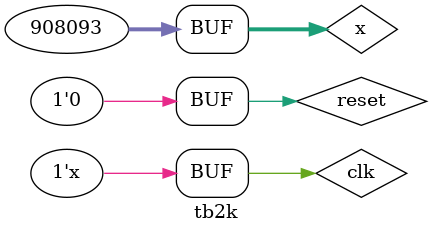
<source format=v>
`timescale 1ns / 1ps

////////////////////////////////////////////////////////////////////////////////
////////////////////////////////////////////////////////////////////////////////

// Tests the pipelined_iir module for low frequency sinusoidal signal of 2kHz
// The bandstop filter should pass this signal
module tb2k;

    // Inputs
    reg clk, reset;
    reg signed [31:0] x;

    // Outputs
    wire signed [31:0] y;

    // Instantiate the Unit Under Test (UUT)
    pipelined_iir uut (
        .clk(clk), 
        .reset(reset),
        .x(x), 
        .y(y)
    );

    // Generate clock with 100ns period
    initial clk = 0;
    always #50 clk = ~clk;

    // filter coefficients
    // A = [1048576, -8218189, 32107544, -81217352, 147076592, -199990256, 208937824, -168854944, 104844152, -48879952, 16314139, -3525584, 379931]
    // B = [631178, -5401947, 23050644, -63646908, 125716872, -186294288, 211911376, -186294288, 125716872, -63646908, 23050644, -5401947, 631178]
    
    // Initialize and pass sinusoidal input data of 2kHz with sampling frequency of 48kHz   
    initial begin
        x = 0; reset = 1; clk = 0; #100;
        reset = 1; #200;
        reset = 0; 
        x = 271391; #100;
        x = 524288; #100; 
        x = 741455; #100;
        x = 908093; #100;
        x = 1012846; #100;
        x = 1048576; #100;
        x = 1012846; #100;
        x = 908093; #100;
        x = 741455; #100;
        x = 524288; #100;
        x = 271391; #100;
        x = 0; #100;
        x = -271391; #100;
        x = -524288; #100;
        x = -741455; #100;
        x = -908093; #100;
        x = -1012846; #100;
        x = -1048576; #100;
        x = -1012846; #100;
        x = -908093; #100;
        x = -741455; #100;
        x = -524288; #100;
        x = -271391; #100;
        x = 0; #100;
        x = 271391; #100;
        x = 524288; #100;
        x = 741455; #100;
        x = 908093; #100;
        x = 1012846; #100;
        x = 1048576; #100;
        x = 1012846; #100;
        x = 908093; #100;
        x = 741455; #100;
        x = 524288; #100;
        x = 271391; #100;
        x = 0; #100;
        x = -271391; #100;
        x = -524288; #100;
        x = -741455; #100;
        x = -908093; #100;
        x = -1012846; #100;
        x = -1048576; #100;
        x = -1012846; #100;
        x = -908093; #100;
        x = -741455; #100;
        x = -524288; #100;
        x = -271391; #100;
        x = 0; #100;
        x = 271391; #100;
        x = 524288; #100;
        x = 741455; #100;
        x = 908093; #100;
        x = 1012846; #100;
        x = 1048576; #100;
        x = 1012846; #100;
        x = 908093; #100;
        x = 741455; #100;
        x = 524288; #100;
        x = 271391; #100;
        x = 0; #100;
        x = -271391; #100;
        x = -524288; #100;
        x = -741455; #100;
        x = -908093; #100;
        x = -1012846; #100;
        x = -1048576; #100;
        x = -1012846; #100;
        x = -908093; #100;
        x = -741455; #100;
        x = -524288; #100;
        x = -271391; #100;
        x = 0; #100;
        x = 271391; #100;
        x = 524288; #100;
        x = 741455; #100;
        x = 908093; #100;
        x = 1012846; #100;
        x = 1048576; #100;
        x = 1012846; #100;
        x = 908093; #100;
        x = 741455; #100;
        x = 524288; #100;
        x = 271391; #100;
        x = 0; #100;
        x = -271391; #100;
        x = -524288; #100;
        x = -741455; #100;
        x = -908093; #100;
        x = -1012846; #100;
        x = -1048576; #100;
        x = -1012846; #100;
        x = -908093; #100;
        x = -741455; #100;
        x = -524288; #100;
        x = -271391; #100;
        x = 0; #100;
        x = 271391; #100;
        x = 524288; #100;
        x = 741455; #100;
        x = 908093; #100;
        x = 1012846; #100;
        x = 1048576; #100;
        x = 1012846; #100;
        x = 908093; #100;
        x = 741455; #100;
        x = 524288; #100;
        x = 271391; #100;
        x = 0; #100;
        x = -271391; #100;
        x = -524288; #100;
        x = -741455; #100;
        x = -908093; #100;
        x = -1012846; #100;
        x = -1048576; #100;
        x = -1012846; #100;
        x = -908093; #100;
        x = -741455; #100;
        x = -524288; #100;
        x = -271391; #100;
        x = 0; #100;
        x = 271391; #100;
        x = 524288; #100;
        x = 741455; #100;
        x = 908093; #100;
        x = 1012846; #100;
        x = 1048576; #100;
        x = 1012846; #100;
        x = 908093; #100;
        x = 741455; #100;
        x = 524288; #100;
        x = 271391; #100;
        x = 0; #100;
        x = -271391; #100;
        x = -524288; #100;
        x = -741455; #100;
        x = -908093; #100;
        x = -1012846; #100;
        x = -1048576; #100;
        x = -1012846; #100;
        x = -908093; #100;
        x = -741455; #100;
        x = -524288; #100;
        x = -271391; #100;
        x = 0; #100;
        x = 271391; #100;
        x = 524288; #100;
        x = 741455; #100;
        x = 908093; #100;
        x = 1012846; #100;
        x = 1048576; #100;
        x = 1012846; #100;
        x = 908093; #100;
        x = 741455; #100;
        x = 524288; #100;
        x = 271391; #100;
        x = 0; #100;
        x = -271391; #100;
        x = -524288; #100;
        x = -741455; #100;
        x = -908093; #100;
        x = -1012846; #100;
        x = -1048576; #100;
        x = -1012846; #100;
        x = -908093; #100;
        x = -741455; #100;
        x = -524288; #100;
        x = -271391; #100;
        x = 0; #100;
        x = 271391; #100;
        x = 524288; #100;
        x = 741455; #100;
        x = 908093; #100;
        x = 1012846; #100;
        x = 1048576; #100;
        x = 1012846; #100;
        x = 908093; #100;
        x = 741455; #100;
        x = 524288; #100;
        x = 271391; #100;
        x = 0; #100;
        x = -271391; #100;
        x = -524288; #100;
        x = -741455; #100;
        x = -908093; #100;
        x = -1012846; #100;
        x = -1048576; #100;
        x = -1012846; #100;
        x = -908093; #100;
        x = -741455; #100;
        x = -524288; #100;
        x = -271391; #100;
        x = 0; #100;
        x = 271391; #100;
        x = 524288; #100;
        x = 741455; #100;
        x = 908093; #100;
        x = 1012846; #100;
        x = 1048576; #100;
        x = 1012846; #100;
        x = 908093; #100;
    end
      
endmodule

</source>
